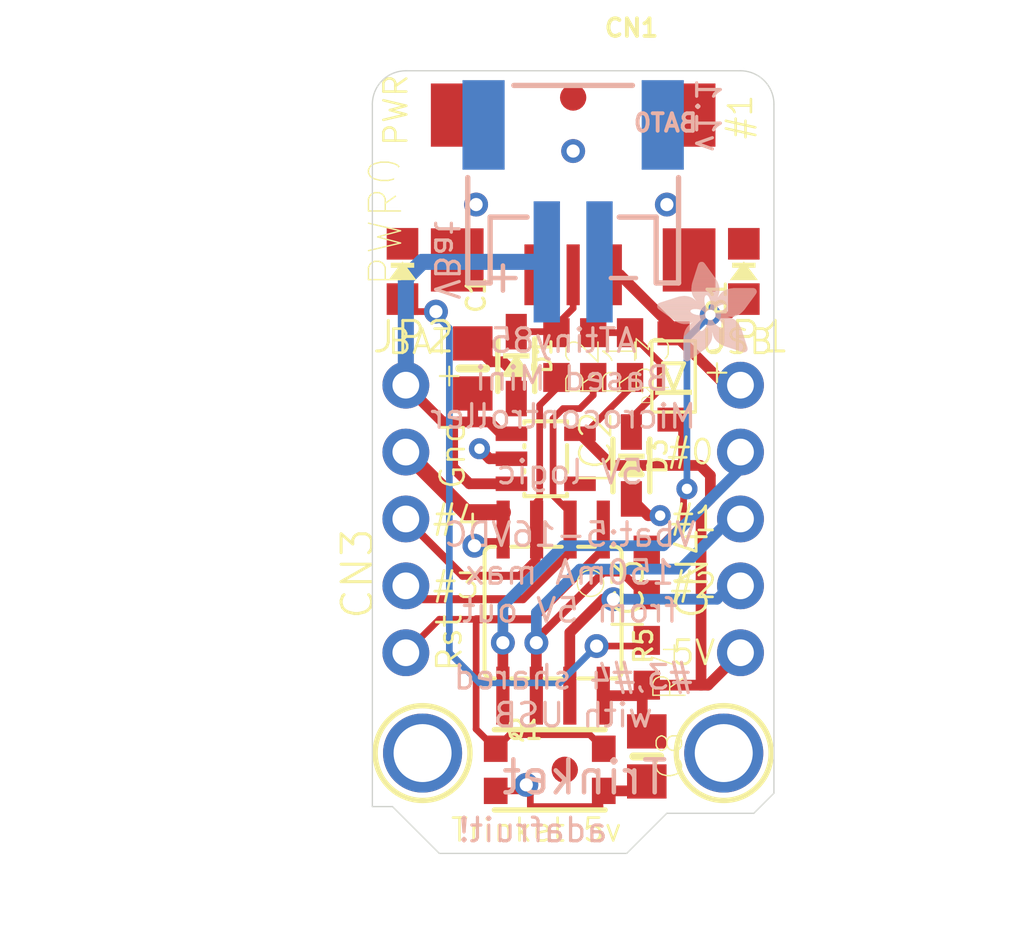
<source format=kicad_pcb>
(kicad_pcb (version 20211014) (generator pcbnew)
  (layers (0 "F.Cu" signal) (1 "In1.Cu" signal) (2 "In2.Cu" signal) (3 "In3.Cu" signal) (4 "In4.Cu" signal) (5 "In5.Cu" signal) (6 "In6.Cu" signal) (7 "In7.Cu" signal) (8 "In8.Cu" signal) (9 "In9.Cu" signal) (10 "In10.Cu" signal) (11 "In11.Cu" signal) (12 "In12.Cu" signal) (13 "In13.Cu" signal) (14 "In14.Cu" signal) (31 "B.Cu" signal) (34 "B.Paste" user) (35 "F.Paste" user) (36 "B.SilkS" user "B.Silkscreen") (37 "F.SilkS" user "F.Silkscreen") (38 "B.Mask" user) (39 "F.Mask" user) (44 "Edge.Cuts" user))
  (net 0 "")
  (net 1 "GND")
  (net 2 "N$2")
  (net 3 "N$5")
  (net 4 "VBUS")
  (net 5 "B0")
  (net 6 "B2")
  (net 7 "B1")
  (net 8 "N$6")
  (net 9 "VBAT")
  (net 10 "RESET")
  (net 11 "B3")
  (net 12 "B4")
  (net 13 "N$1")
  (net 14 "+5V")
  (footprint "boardEagle:0603-NO" (layer "F.Cu") (at 150.6601 100.9396 -90)
    (fp_text reference "R3" (at -0.889 -0.889 90) (layer "F.SilkS") (effects (font (size 1.21668 1.21668) (thickness 0.05332)) (justify right)))
    (fp_text value "1.5K (0603)")
    (pad "1" smd rect (at -0.85 0 270) (size 1.1 1) (layers "F.Cu" "F.Paste" "F.Mask") (net 3 "N$5"))
    (pad "2" smd rect (at 0.85 0 270) (size 1.1 1) (layers "F.Cu" "F.Paste" "F.Mask") (net 14 "+5V"))
  )
  (footprint "boardEagle:FIDUCIAL_1MM" (layer "F.Cu") (at 148.5011 91.1606)
    (fp_text reference "U$1" hide)
    (fp_text value "FIDUCIAL" hide)
    (pad "1" smd roundrect (at 0 0) (size 1 1) (layers "F.Cu") (roundrect_rratio 0.5))
  )
  (footprint "boardEagle:0603-NO" (layer "F.Cu") (at 151.2951 112.6236 -90)
    (fp_text reference "R4" (at -0.889 -0.889 90) (layer "F.SilkS") (effects (font (size 1.21668 1.21668) (thickness 0.05332)) (justify right)))
    (fp_text value "470 (0603)")
    (pad "1" smd rect (at -0.85 0 270) (size 1.1 1) (layers "F.Cu" "F.Paste" "F.Mask") (net 8 "N$6"))
    (pad "2" smd rect (at 0.85 0 270) (size 1.1 1) (layers "F.Cu" "F.Paste" "F.Mask") (net 14 "+5V"))
  )
  (footprint "boardEagle:USB-MINIB" (layer "F.Cu") (at 148.5011 93.8276 180)
    (fp_text reference "CN1" (at -3.31 5.699 180) (layer "F.SilkS") (effects (font (size 0.666496 0.666496) (thickness 0.146304)) (justify right top)))
    (fp_text value "")
    (pad "" np_thru_hole circle (at 2.2 -1 180) (size 1 1) (drill 1) (layers *.Cu *.Mask))
    (pad "" np_thru_hole circle (at -2.2 -1 180) (size 1 1) (drill 1) (layers *.Cu *.Mask))
    (pad "D+" smd rect (at 0 -4.064) (size 0.5 2.308) (layers "F.Cu" "F.Paste" "F.Mask") (net 2 "N$2"))
    (pad "D-" smd rect (at -0.8 -4.064) (size 0.5 2.308) (layers "F.Cu" "F.Paste" "F.Mask") (net 3 "N$5"))
    (pad "GND" smd rect (at 1.6 -4.064) (size 0.5 2.308) (layers "F.Cu" "F.Paste" "F.Mask") (net 1 "GND"))
    (pad "GND1" smd rect (at -4.4 2 180) (size 2 2.4) (layers "F.Cu" "F.Paste" "F.Mask") (net 1 "GND"))
    (pad "GND2" smd rect (at -4.4 -3.5 180) (size 2 2.4) (layers "F.Cu" "F.Paste" "F.Mask") (net 1 "GND"))
    (pad "GND3" smd rect (at 4.4 -3.5 180) (size 2 2.4) (layers "F.Cu" "F.Paste" "F.Mask") (net 1 "GND"))
    (pad "GND4" smd rect (at 4.4 2 180) (size 2 2.4) (layers "F.Cu" "F.Paste" "F.Mask") (net 1 "GND"))
    (pad "ID" smd rect (at 0.8 -4.064) (size 0.5 2.308) (layers "F.Cu" "F.Paste" "F.Mask"))
    (pad "VBUS" smd rect (at -1.6 -4.064) (size 0.5 2.308) (layers "F.Cu" "F.Paste" "F.Mask") (net 4 "VBUS"))
  )
  (footprint "" (layer "F.Cu") (at 154.2161 94.4626)
    (fp_text reference "@HOLE1" hide)
    (fp_text value "" (at 0 0) (layer "F.SilkS") (effects (font (size 1.27 1.27))))
    (pad "" np_thru_hole circle (at 0 0) (size 2.2 2.2) (drill 2.2) (layers *.Cu *.Mask))
  )
  (footprint "boardEagle:SOD-323" (layer "F.Cu") (at 150.7109 105.1306 -90)
    (fp_text reference "D3" (at -1.1 -1 90) (layer "F.SilkS") (effects (font (size 0.692831 0.692831) (thickness 0.119969)) (justify right)))
    (fp_text value "3.6V")
    (pad "A" smd rect (at 1.27 0 270) (size 1.35 0.8) (layers "F.Cu" "F.Paste" "F.Mask") (net 1 "GND"))
    (pad "C" smd rect (at -1.27 0 270) (size 1.35 0.8) (layers "F.Cu" "F.Paste" "F.Mask") (net 3 "N$5"))
  )
  (footprint "boardEagle:1X04-CLEANBIG" (layer "F.Cu") (at 154.8511 108.4326 90)
    (fp_text reference "CN4" (at -2.6162 -1.8288 90) (layer "F.SilkS") (effects (font (size 1.1557 1.1557) (thickness 0.1143)) (justify left)))
    (fp_text value "1X4-CLEANBIG" hide)
    (pad "1" thru_hole circle (at -3.81 0 180) (size 1.778 1.778) (drill 1.016) (layers *.Cu *.Mask) (net 14 "+5V"))
    (pad "2" thru_hole circle (at -1.27 0 180) (size 1.778 1.778) (drill 1.016) (layers *.Cu *.Mask) (net 6 "B2"))
    (pad "3" thru_hole circle (at 1.27 0 180) (size 1.778 1.778) (drill 1.016) (layers *.Cu *.Mask) (net 7 "B1"))
    (pad "4" thru_hole circle (at 3.81 0 180) (size 1.778 1.778) (drill 1.016) (layers *.Cu *.Mask) (net 5 "B0"))
  )
  (footprint "boardEagle:1X04-CLEANBIG" (layer "F.Cu") (at 142.1511 108.4326 90)
    (fp_text reference "CN3" (at -2.6162 -1.8288 90) (layer "F.SilkS") (effects (font (size 1.1557 1.1557) (thickness 0.1143)) (justify left)))
    (fp_text value "1X4-CLEANBIG" hide)
    (pad "1" thru_hole circle (at -3.81 0 180) (size 1.778 1.778) (drill 1.016) (layers *.Cu *.Mask) (net 10 "RESET"))
    (pad "2" thru_hole circle (at -1.27 0 180) (size 1.778 1.778) (drill 1.016) (layers *.Cu *.Mask) (net 11 "B3"))
    (pad "3" thru_hole circle (at 1.27 0 180) (size 1.778 1.778) (drill 1.016) (layers *.Cu *.Mask) (net 12 "B4"))
    (pad "4" thru_hole circle (at 3.81 0 180) (size 1.778 1.778) (drill 1.016) (layers *.Cu *.Mask) (net 1 "GND"))
  )
  (footprint "boardEagle:CHIPLED_0805_NOOUTLINE" (layer "F.Cu") (at 142.0241 97.7646)
    (fp_text reference "PWR0" (at -0.635 0.635 90) (layer "F.SilkS") (effects (font (size 1.21668 1.21668) (thickness 0.05332)) (justify left)))
    (fp_text value "green")
    (pad "A" smd rect (at 0 1.05) (size 1.2 1.2) (layers "F.Cu" "F.Paste" "F.Mask") (net 8 "N$6"))
    (pad "C" smd rect (at 0 -1.05) (size 1.2 1.2) (layers "F.Cu" "F.Paste" "F.Mask") (net 1 "GND"))
  )
  (footprint "boardEagle:SOT23-5L" (layer "F.Cu") (at 147.4597 104.8766 -90)
    (fp_text reference "IC2" (at -1.905 -1.905 90) (layer "F.SilkS") (effects (font (size 1.176528 1.176528) (thickness 0.093472)) (justify right)))
    (fp_text value "MIC5225-5.0v")
    (pad "1" smd rect (at -0.95 1.3 270) (size 0.55 1.2) (layers "F.Cu" "F.Paste" "F.Mask") (net 9 "VBAT"))
    (pad "2" smd rect (at 0 1.3 270) (size 0.55 1.2) (layers "F.Cu" "F.Paste" "F.Mask") (net 1 "GND"))
    (pad "3" smd rect (at 0.95 1.3 270) (size 0.55 1.2) (layers "F.Cu" "F.Paste" "F.Mask") (net 9 "VBAT"))
    (pad "4" smd rect (at 0.95 -1.3 270) (size 0.55 1.2) (layers "F.Cu" "F.Paste" "F.Mask"))
    (pad "5" smd rect (at -0.95 -1.3 270) (size 0.55 1.2) (layers "F.Cu" "F.Paste" "F.Mask") (net 14 "+5V"))
  )
  (footprint "boardEagle:0603-NO" (layer "F.Cu") (at 151.2951 109.1946 -90)
    (fp_text reference "R5" (at 2.032 0.127 90) (layer "F.SilkS") (effects (font (size 0.692831 0.692831) (thickness 0.119969)) (justify right)))
    (fp_text value "470 (0603)")
    (pad "1" smd rect (at -0.85 0 270) (size 1.1 1) (layers "F.Cu" "F.Paste" "F.Mask") (net 13 "N$1"))
    (pad "2" smd rect (at 0.85 0 270) (size 1.1 1) (layers "F.Cu" "F.Paste" "F.Mask") (net 7 "B1"))
  )
  (footprint "boardEagle:CHIPLED_0805_NOOUTLINE" (layer "F.Cu") (at 154.9781 97.7646)
    (fp_text reference "B1" (at -1.016 1.778 90) (layer "F.SilkS") (effects (font (size 0.692831 0.692831) (thickness 0.119969)) (justify left)))
    (fp_text value "red")
    (pad "A" smd rect (at 0 1.05) (size 1.2 1.2) (layers "F.Cu" "F.Paste" "F.Mask") (net 13 "N$1"))
    (pad "C" smd rect (at 0 -1.05) (size 1.2 1.2) (layers "F.Cu" "F.Paste" "F.Mask") (net 1 "GND"))
  )
  (footprint "boardEagle:FIDUCIAL_1MM" (layer "F.Cu") (at 148.1836 116.6876)
    (fp_text reference "U$6" hide)
    (fp_text value "FIDUCIAL" hide)
    (pad "1" smd roundrect (at 0 0) (size 1 1) (layers "F.Cu") (roundrect_rratio 0.5))
  )
  (footprint "boardEagle:MOUNTINGHOLE_2.0_PLATED" (layer "F.Cu") (at 154.2161 116.0526)
    (fp_text reference "U$9" hide)
    (fp_text value "MOUNTINGHOLE2.0" hide)
    (pad "P$1" thru_hole circle (at 0 0) (size 3 3) (drill 2.2) (layers *.Cu *.Mask))
  )
  (footprint "boardEagle:0603-NO" (layer "F.Cu") (at 149.2631 100.9396 -90)
    (fp_text reference "R1" (at -0.762 -1.016 90) (layer "F.SilkS") (effects (font (size 1.21668 1.21668) (thickness 0.05332)) (justify right)))
    (fp_text value "68 (0603)")
    (pad "1" smd rect (at -0.85 0 270) (size 1.1 1) (layers "F.Cu" "F.Paste" "F.Mask") (net 3 "N$5"))
    (pad "2" smd rect (at 0.85 0 270) (size 1.1 1) (layers "F.Cu" "F.Paste" "F.Mask") (net 11 "B3"))
  )
  (footprint "boardEagle:0805-NO" (layer "F.Cu") (at 144.6911 101.4476 90)
    (fp_text reference "C1" (at 2.032 0.127 90) (layer "F.SilkS") (effects (font (size 0.692831 0.692831) (thickness 0.119969)) (justify left)))
    (fp_text value "10uF")
    (pad "1" smd rect (at -0.95 0 90) (size 1.3 1.5) (layers "F.Cu" "F.Paste" "F.Mask") (net 9 "VBAT"))
    (pad "2" smd rect (at 0.95 0 90) (size 1.3 1.5) (layers "F.Cu" "F.Paste" "F.Mask") (net 1 "GND"))
  )
  (footprint "boardEagle:0603-NO" (layer "F.Cu") (at 147.8661 100.9396 -90)
    (fp_text reference "R2" (at -0.762 -1.016 90) (layer "F.SilkS") (effects (font (size 1.21668 1.21668) (thickness 0.05332)) (justify right)))
    (fp_text value "68 (0603)")
    (pad "1" smd rect (at -0.85 0 270) (size 1.1 1) (layers "F.Cu" "F.Paste" "F.Mask") (net 2 "N$2"))
    (pad "2" smd rect (at 0.85 0 270) (size 1.1 1) (layers "F.Cu" "F.Paste" "F.Mask") (net 12 "B4"))
  )
  (footprint "boardEagle:SOD-323" (layer "F.Cu") (at 146.3421 101.3206 -90)
    (fp_text reference "D1" (at -1.1 -1 90) (layer "F.SilkS") (effects (font (size 0.692831 0.692831) (thickness 0.119969)) (justify right)))
    (fp_text value "3.6V")
    (pad "A" smd rect (at 1.27 0 270) (size 1.35 0.8) (layers "F.Cu" "F.Paste" "F.Mask") (net 1 "GND"))
    (pad "C" smd rect (at -1.27 0 270) (size 1.35 0.8) (layers "F.Cu" "F.Paste" "F.Mask") (net 2 "N$2"))
  )
  (footprint "boardEagle:SOIC8" (layer "F.Cu") (at 147.7391 110.7186 180)
    (fp_text reference "IC3" (at -2.8575 2.159 90) (layer "F.SilkS") (effects (font (size 1.1557 1.1557) (thickness 0.1143)) (justify right)))
    (fp_text value "ATTINY85-20S")
    (pad "1" smd rect (at -1.905 3.154 180) (size 0.5 2.2) (layers "F.Cu" "F.Paste" "F.Mask") (net 10 "RESET"))
    (pad "2" smd rect (at -0.645 3.154 180) (size 0.5 2.2) (layers "F.Cu" "F.Paste" "F.Mask") (net 11 "B3"))
    (pad "3" smd rect (at 0.625 3.154 180) (size 0.5 2.2) (layers "F.Cu" "F.Paste" "F.Mask") (net 12 "B4"))
    (pad "4" smd rect (at 1.895 3.154 180) (size 0.5 2.2) (layers "F.Cu" "F.Paste" "F.Mask") (net 1 "GND"))
    (pad "5" smd rect (at 1.905 -3.154 180) (size 0.5 2.2) (layers "F.Cu" "F.Paste" "F.Mask") (net 5 "B0"))
    (pad "6" smd rect (at 0.635 -3.154 180) (size 0.5 2.2) (layers "F.Cu" "F.Paste" "F.Mask") (net 7 "B1"))
    (pad "7" smd rect (at -0.635 -3.154 180) (size 0.5 2.2) (layers "F.Cu" "F.Paste" "F.Mask") (net 6 "B2"))
    (pad "8" smd rect (at -1.905 -3.154 180) (size 0.5 2.2) (layers "F.Cu" "F.Paste" "F.Mask") (net 14 "+5V"))
  )
  (footprint "boardEagle:1X01-CLEANBIG" (layer "F.Cu") (at 154.8511 102.0826)
    (fp_text reference "JP1" (at -1.3462 -1.8288) (layer "F.SilkS") (effects (font (size 1.1557 1.1557) (thickness 0.1143)) (justify left)))
    (fp_text value "")
    (pad "1" thru_hole circle (at 0 0) (size 1.778 1.778) (drill 1.016) (layers *.Cu *.Mask) (net 4 "VBUS"))
  )
  (footprint "boardEagle:BTN_KMR2_4.6X2.8" (layer "F.Cu") (at 147.6121 116.6876)
    (fp_text reference "Q1" (at -1.732 -1.503) (layer "F.SilkS") (effects (font (size 0.692831 0.692831) (thickness 0.119969)) (justify left)))
    (fp_text value "reset")
    (pad "A" smd rect (at 2.05 -0.8) (size 0.9 1) (layers "F.Cu" "F.Paste" "F.Mask") (net 10 "RESET"))
    (pad "A'" smd rect (at -2.05 -0.8) (size 0.9 1) (layers "F.Cu" "F.Paste" "F.Mask") (net 10 "RESET"))
    (pad "B" smd rect (at 2.05 0.8) (size 0.9 1) (layers "F.Cu" "F.Paste" "F.Mask") (net 1 "GND"))
    (pad "B'" smd rect (at -2.05 0.8) (size 0.9 1) (layers "F.Cu" "F.Paste" "F.Mask") (net 1 "GND"))
  )
  (footprint "boardEagle:1X01-CLEANBIG" (layer "F.Cu") (at 142.1511 102.0826)
    (fp_text reference "JP2" (at -1.3462 -1.8288) (layer "F.SilkS") (effects (font (size 1.1557 1.1557) (thickness 0.1143)) (justify left)))
    (fp_text value "")
    (pad "1" thru_hole circle (at 0 0) (size 1.778 1.778) (drill 1.016) (layers *.Cu *.Mask) (net 9 "VBAT"))
  )
  (footprint "boardEagle:MOUNTINGHOLE_2.0_PLATED" (layer "F.Cu") (at 142.7861 116.0526)
    (fp_text reference "U$8" hide)
    (fp_text value "MOUNTINGHOLE2.0" hide)
    (pad "P$1" thru_hole circle (at 0 0) (size 3 3) (drill 2.2) (layers *.Cu *.Mask))
  )
  (footprint "" (layer "F.Cu") (at 142.7861 94.4626)
    (fp_text reference "@HOLE0" hide)
    (fp_text value "" (at 0 0) (layer "F.SilkS") (effects (font (size 1.27 1.27))))
    (pad "" np_thru_hole circle (at 0 0) (size 2.2 2.2) (drill 2.2) (layers *.Cu *.Mask))
  )
  (footprint "boardEagle:SOD-123FL" (layer "F.Cu") (at 152.3111 101.7524 90)
    (fp_text reference "D2" (at -1.1 -1 90) (layer "F.SilkS") (effects (font (size 0.376489 0.376489) (thickness 0.029911)) (justify left)))
    (fp_text value "SCHOTTKY")
    (pad "A" smd rect (at 1.6375 0 90) (size 0.91 1.22) (layers "F.Cu" "F.Paste" "F.Mask") (net 4 "VBUS"))
    (pad "C" smd rect (at -1.6375 0 90) (size 0.91 1.22) (layers "F.Cu" "F.Paste" "F.Mask") (net 14 "+5V"))
  )
  (footprint "boardEagle:0805-NO" (layer "F.Cu") (at 151.2951 116.1796 -90)
    (fp_text reference "C8" (at -1 -0.875 90) (layer "F.SilkS") (effects (font (size 0.96268 0.96268) (thickness 0.05332)) (justify right)))
    (fp_text value "10uF")
    (pad "1" smd rect (at -0.95 0 270) (size 1.3 1.5) (layers "F.Cu" "F.Paste" "F.Mask") (net 14 "+5V"))
    (pad "2" smd rect (at 0.95 0 270) (size 1.3 1.5) (layers "F.Cu" "F.Paste" "F.Mask") (net 1 "GND"))
  )
  (footprint "boardEagle:JSTPH2" (layer "B.Cu") (at 148.5011 93.7006 180)
    (fp_text reference "BAT0" (at -2.2225 1.9685) (layer "B.SilkS") (effects (font (size 0.666496 0.666496) (thickness 0.146304)) (justify right top mirror)))
    (fp_text value "")
    (pad "1" smd rect (at -1 -3.7 180) (size 1 4.6) (layers "B.Cu" "B.Paste" "B.Mask") (net 1 "GND"))
    (pad "2" smd rect (at 1 -3.7 180) (size 1 4.6) (layers "B.Cu" "B.Paste" "B.Mask") (net 9 "VBAT"))
    (pad "NC1" smd rect (at -3.4 1.5 90) (size 3.4 1.6) (layers "B.Cu" "B.Paste" "B.Mask"))
    (pad "NC2" smd rect (at 3.4 1.5 90) (size 3.4 1.6) (layers "B.Cu" "B.Paste" "B.Mask"))
  )
  (footprint "boardEagle:ADAFRUIT_3.5MM" (layer "B.Cu") (at 155.4861 101.1936 180)
    (fp_text reference "U$5" hide)
    (fp_text value "" hide)
  )
  (gr_line (start 142.1511 90.1446) (end 154.8511 90.1446) (layer "Edge.Cuts") (width 0.05))
  (gr_arc (start 140.8811 91.4146) (mid 141.253074 90.516574) (end 142.1511 90.1446) (layer "Edge.Cuts") (width 0.05))
  (gr_line (start 156.1211 91.4146) (end 156.1211 117.5766) (layer "Edge.Cuts") (width 0.05))
  (gr_line (start 150.5331 119.8626) (end 143.4211 119.8626) (layer "Edge.Cuts") (width 0.05))
  (gr_line (start 152.0571 118.3386) (end 150.5331 119.8626) (layer "Edge.Cuts") (width 0.05))
  (gr_arc (start 154.8511 90.1446) (mid 155.749126 90.516574) (end 156.1211 91.4146) (layer "Edge.Cuts") (width 0.05))
  (gr_line (start 156.1211 117.5766) (end 155.3591 118.3386) (layer "Edge.Cuts") (width 0.05))
  (gr_line (start 141.6431 118.0846) (end 140.8811 118.0846) (layer "Edge.Cuts") (width 0.05))
  (gr_line (start 140.8811 118.0846) (end 140.8811 91.4146) (layer "Edge.Cuts") (width 0.05))
  (gr_line (start 143.4211 119.8626) (end 141.6431 118.0846) (layer "Edge.Cuts") (width 0.05))
  (gr_line (start 155.3591 118.3386) (end 152.0571 118.3386) (layer "Edge.Cuts") (width 0.05))
  (gr_text "ATtiny85\nBased Mini \nMicrocontroller" (at 148.1201 101.8286) (layer "B.SilkS") (effects (font (size 0.89408 0.89408) (thickness 0.12192)) (justify mirror)))
  (gr_text "#3,#4 shared\nwith USB" (at 148.5011 113.8936) (layer "B.SilkS") (effects (font (size 0.89408 0.89408) (thickness 0.12192)) (justify mirror)))
  (gr_text "5V logic" (at 148.3741 105.3846) (layer "B.SilkS") (effects (font (size 0.89408 0.89408) (thickness 0.12192)) (justify mirror)))
  (gr_text "+" (at 146.7231 98.6536) (layer "B.SilkS") (effects (font (size 1.251712 1.251712) (thickness 0.170688)) (justify left bottom mirror)))
  (gr_text "adafruit!" (at 146.9771 118.9736) (layer "B.SilkS") (effects (font (size 0.89408 0.89408) (thickness 0.12192)) (justify mirror)))
  (gr_text "VBat" (at 143.1671 98.9076 -90) (layer "B.SilkS") (effects (font (size 0.89408 0.89408) (thickness 0.12192)) (justify left bottom mirror)))
  (gr_text "v1.1" (at 153.0731 93.3196 -90) (layer "B.SilkS") (effects (font (size 0.89408 0.89408) (thickness 0.12192)) (justify left bottom mirror)))
  (gr_text "-" (at 151.2951 98.6536) (layer "B.SilkS") (effects (font (size 1.251712 1.251712) (thickness 0.170688)) (justify left bottom mirror)))
  (gr_text "Trinket" (at 152.1841 117.7036) (layer "B.SilkS") (effects (font (size 1.251712 1.251712) (thickness 0.170688)) (justify left bottom mirror)))
  (gr_text "Vbat:5-16VDC\n150mA max\nfrom 5V out" (at 148.3741 109.1946) (layer "B.SilkS") (effects (font (size 0.89408 0.89408) (thickness 0.12192)) (justify mirror)))
  (gr_text "Trinket 5v" (at 147.1041 118.9736) (layer "F.SilkS") (effects (font (size 0.86868 0.86868) (thickness 0.09652))))
  (gr_text "PWR" (at 142.2781 93.0656 90) (layer "F.SilkS") (effects (font (size 0.86868 0.86868) (thickness 0.09652)) (justify left bottom)))
  (gr_text "+" (at 143.1671 102.2096) (layer "F.SilkS") (effects (font (size 0.93472 0.93472) (thickness 0.08128)) (justify left bottom)))
  (gr_text "#3" (at 144.0561 109.7026) (layer "F.SilkS") (effects (font (size 0.9144 0.9144) (thickness 0.1016))))
  (gr_text "#1" (at 155.3591 92.8116 90) (layer "F.SilkS") (effects (font (size 0.86868 0.86868) (thickness 0.09652)) (justify left bottom)))
  (gr_text "#1" (at 153.0731 107.1626) (layer "F.SilkS") (effects (font (size 0.9144 0.9144) (thickness 0.1016))))
  (gr_text "BAT" (at 142.6591 100.4316) (layer "F.SilkS") (effects (font (size 0.9144 0.9144) (thickness 0.1016))))
  (gr_text "5V" (at 153.0731 112.2426) (layer "F.SilkS") (effects (font (size 0.9144 0.9144) (thickness 0.1016))))
  (gr_text "+" (at 153.3271 102.0826) (layer "F.SilkS") (effects (font (size 0.93472 0.93472) (thickness 0.08128)) (justify left bottom)))
  (gr_text "#0" (at 152.9461 104.6226) (layer "F.SilkS") (effects (font (size 0.9144 0.9144) (thickness 0.1016))))
  (gr_text "#4" (at 144.0561 107.1626) (layer "F.SilkS") (effects (font (size 0.9144 0.9144) (thickness 0.1016))))
  (gr_text "#2" (at 153.0731 109.7026) (layer "F.SilkS") (effects (font (size 0.9144 0.9144) (thickness 0.1016))))
  (gr_text "USB" (at 154.7241 100.4316) (layer "F.SilkS") (effects (font (size 0.9144 0.9144) (thickness 0.1016))))
  (gr_text "Rst" (at 143.8021 111.8616 90) (layer "F.SilkS") (effects (font (size 0.9144 0.9144) (thickness 0.1016))))
  (gr_text "Gnd" (at 143.9291 104.7496 90) (layer "F.SilkS") (effects (font (size 0.9144 0.9144) (thickness 0.1016))))
  (segment (start 145.3871 101.1936) (end 144.6911 100.4976) (width 0.4064) (layer "F.Cu") (net 1))
  (segment (start 146.1597 104.8766) (end 145.3261 104.8766) (width 0.4064) (layer "F.Cu") (net 1))
  (segment (start 146.8756 117.6401) (end 146.8756 118.0846) (width 0.254) (layer "F.Cu") (net 1))
  (segment (start 145.8441 108.0416) (end 144.8916 108.0416) (width 0.3048) (layer "F.Cu") (net 1))
  (segment (start 142.1511 104.6226) (end 144.4371 106.9086) (width 0.6096) (layer "F.Cu") (net 1))
  (segment (start 144.4371 106.9086) (end 145.8341 106.9086) (width 0.6096) (layer "F.Cu") (net 1))
  (segment (start 146.8756 118.0846) (end 149.5171 118.0846) (width 0.254) (layer "F.Cu") (net 1))
  (segment (start 149.5171 117.6326) (end 149.6621 117.4876) (width 0.254) (layer "F.Cu") (net 1))
  (segment (start 145.8341 101.1936) (end 145.3871 101.1936) (width 0.4064) (layer "F.Cu") (net 1))
  (segment (start 150.9371 117.4876) (end 151.2951 117.1296) (width 0.4064) (layer "F.Cu") (net 1))
  (segment (start 145.8441 106.9186) (end 145.8441 107.5646) (width 0.3048) (layer "F.Cu") (net 1))
  (segment (start 144.8916 108.0416) (end 144.7546 108.1786) (width 0.3048) (layer "F.Cu") (net 1))
  (segment (start 151.3459 107.0356) (end 151.8031 107.0356) (width 0.4064) (layer "F.Cu") (net 1))
  (segment (start 145.8441 107.6806) (end 145.8441 108.0416) (width 0.4064) (layer "F.Cu") (net 1))
  (segment (start 145.8441 107.5646) (end 145.8441 107.6806) (width 0.3048) (layer "F.Cu") (net 1))
  (segment (start 150.7109 106.4006) (end 151.3459 107.0356) (width 0.4064) (layer "F.Cu") (net 1))
  (segment (start 145.3261 104.8766) (end 144.9451 104.4956) (width 0.4064) (layer "F.Cu") (net 1))
  (segment (start 149.6621 117.4876) (end 150.9371 117.4876) (width 0.4064) (layer "F.Cu") (net 1))
  (segment (start 145.8341 106.9086) (end 145.8441 106.9186) (width 0.3048) (layer "F.Cu") (net 1))
  (segment (start 146.3421 101.7016) (end 145.8341 101.1936) (width 0.4064) (layer "F.Cu") (net 1))
  (segment (start 146.3421 102.5906) (end 146.3421 101.7016) (width 0.4064) (layer "F.Cu") (net 1))
  (segment (start 149.5171 118.0846) (end 149.5171 117.6326) (width 0.254) (layer "F.Cu") (net 1))
  (segment (start 146.7231 117.4876) (end 146.8756 117.6401) (width 0.254) (layer "F.Cu") (net 1))
  (segment (start 146.7231 117.2591) (end 146.7231 117.4876) (width 0.254) (layer "F.Cu") (net 1))
  (segment (start 145.5621 117.4876) (end 146.7231 117.4876) (width 0.254) (layer "F.Cu") (net 1))
  (via (at 146.7231 117.2591) (size 0.9064) (drill 0.5) (layers "F.Cu" "B.Cu") (net 1))
  (via (at 148.5011 93.1926) (size 0.9064) (drill 0.5) (layers "F.Cu" "B.Cu") (net 1))
  (via (at 144.8181 95.2246) (size 0.9064) (drill 0.5) (layers "F.Cu" "B.Cu") (net 1))
  (via (at 152.0571 95.2246) (size 0.9064) (drill 0.5) (layers "F.Cu" "B.Cu") (net 1))
  (via (at 151.8031 107.0356) (size 0.8001) (drill 0.3937) (layers "F.Cu" "B.Cu") (net 1))
  (via (at 144.9451 104.4956) (size 0.8001) (drill 0.3937) (layers "F.Cu" "B.Cu") (net 1))
  (via (at 144.7546 108.1786) (size 0.9064) (drill 0.5) (layers "F.Cu" "B.Cu") (net 1))
  (segment (start 147.8661 99.7966) (end 147.8661 100.0896) (width 0.254) (layer "F.Cu") (net 2))
  (segment (start 148.5011 97.8916) (end 148.5011 99.1616) (width 0.254) (layer "F.Cu") (net 2))
  (segment (start 148.5011 99.1616) (end 147.8661 99.7966) (width 0.254) (layer "F.Cu") (net 2))
  (segment (start 146.3421 100.0506) (end 147.8271 100.0506) (width 0.254) (layer "F.Cu") (net 2))
  (segment (start 147.8271 100.0506) (end 147.8661 100.0896) (width 0.254) (layer "F.Cu") (net 2))
  (segment (start 149.3011 97.8916) (end 149.3901 97.9806) (width 0.254) (layer "F.Cu") (net 3))
  (segment (start 151.8031 101.2326) (end 151.8031 102.235) (width 0.254) (layer "F.Cu") (net 3))
  (segment (start 149.2631 100.0896) (end 150.6601 100.0896) (width 0.254) (layer "F.Cu") (net 3))
  (segment (start 149.3901 97.9806) (end 149.2631 98.1076) (width 0.254) (layer "F.Cu") (net 3))
  (segment (start 150.6601 100.0896) (end 150.9531 99.7966) (width 0.254) (layer "F.Cu") (net 3))
  (segment (start 149.2631 98.1076) (end 149.2631 100.0896) (width 0.254) (layer "F.Cu") (net 3))
  (segment (start 151.8031 102.235) (end 150.7109 103.3272) (width 0.254) (layer "F.Cu") (net 3))
  (segment (start 150.6601 100.0896) (end 151.8031 101.2326) (width 0.254) (layer "F.Cu") (net 3))
  (segment (start 150.7109 103.3272) (end 150.7109 103.8606) (width 0.254) (layer "F.Cu") (net 3))
  (segment (start 154.2788 102.0826) (end 154.8511 102.0826) (width 0.4064) (layer "F.Cu") (net 4))
  (segment (start 150.2791 97.8916) (end 152.3111 99.9236) (width 0.4064) (layer "F.Cu") (net 4))
  (segment (start 152.3111 100.1149) (end 154.2788 102.0826) (width 0.4064) (layer "F.Cu") (net 4))
  (segment (start 150.1011 97.8916) (end 150.2791 97.8916) (width 0.4064) (layer "F.Cu") (net 4))
  (segment (start 152.3111 99.9236) (end 152.3111 100.1149) (width 0.4064) (layer "F.Cu") (net 4))
  (segment (start 145.8341 113.8726) (end 145.8341 111.8616) (width 0.4064) (layer "F.Cu") (net 5))
  (via (at 145.8341 111.8616) (size 0.9064) (drill 0.5) (layers "F.Cu" "B.Cu") (net 5))
  (segment (start 148.1201 108.1786) (end 151.9301 108.1786) (width 0.4064) (layer "B.Cu") (net 5))
  (segment (start 145.8341 111.8616) (end 145.8341 110.4646) (width 0.4064) (layer "B.Cu") (net 5))
  (segment (start 154.8511 104.7496) (end 154.8511 104.6226) (width 0.4064) (layer "B.Cu") (net 5))
  (segment (start 154.8511 105.2576) (end 154.8511 104.6226) (width 0.4064) (layer "B.Cu") (net 5))
  (segment (start 145.8341 110.4646) (end 148.1201 108.1786) (width 0.4064) (layer "B.Cu") (net 5))
  (segment (start 151.9301 108.1786) (end 154.8511 105.2576) (width 0.4064) (layer "B.Cu") (net 5))
  (segment (start 148.3741 113.8726) (end 148.3741 111.4806) (width 0.4064) (layer "F.Cu") (net 6))
  (segment (start 148.3741 111.4806) (end 149.6441 110.2106) (width 0.4064) (layer "F.Cu") (net 6))
  (segment (start 149.6441 110.2106) (end 150.0251 110.2106) (width 0.4064) (layer "F.Cu") (net 6))
  (via (at 150.0251 110.2106) (size 0.9064) (drill 0.5) (layers "F.Cu" "B.Cu") (net 6))
  (segment (start 150.0251 110.2106) (end 153.9621 110.2106) (width 0.4064) (layer "B.Cu") (net 6))
  (segment (start 153.9621 110.2106) (end 154.4701 109.7026) (width 0.4064) (layer "B.Cu") (net 6))
  (segment (start 154.4701 109.7026) (end 154.8511 109.7026) (width 0.4064) (layer "B.Cu") (net 6))
  (segment (start 147.1041 113.8726) (end 147.1041 111.8616) (width 0.4064) (layer "F.Cu") (net 7))
  (segment (start 147.1041 111.7346) (end 147.1041 111.8616) (width 0.3048) (layer "F.Cu") (net 7))
  (segment (start 150.3451 109.1946) (end 149.6441 109.1946) (width 0.3048) (layer "F.Cu") (net 7))
  (segment (start 151.2951 109.8906) (end 151.2951 110.0446) (width 0.254) (layer "F.Cu") (net 7))
  (segment (start 149.6441 109.1946) (end 147.1041 111.7346) (width 0.3048) (layer "F.Cu") (net 7))
  (segment (start 150.3451 109.1946) (end 151.0411 109.8906) (width 0.3048) (layer "F.Cu") (net 7))
  (segment (start 151.0411 109.8906) (end 151.2951 109.8906) (width 0.254) (layer "F.Cu") (net 7))
  (via (at 147.1041 111.8616) (size 0.9064) (drill 0.5) (layers "F.Cu" "B.Cu") (net 7))
  (segment (start 152.5651 109.0676) (end 154.4701 107.1626) (width 0.4064) (layer "B.Cu") (net 7))
  (segment (start 154.4701 107.1626) (end 154.8511 107.1626) (width 0.4064) (layer "B.Cu") (net 7))
  (segment (start 147.1041 110.7186) (end 148.7551 109.0676) (width 0.4064) (layer "B.Cu") (net 7))
  (segment (start 147.1041 111.8616) (end 147.1041 110.7186) (width 0.4064) (layer "B.Cu") (net 7))
  (segment (start 148.7551 109.0676) (end 152.5651 109.0676) (width 0.4064) (layer "B.Cu") (net 7))
  (segment (start 142.0241 98.8146) (end 142.4981 99.2886) (width 0.254) (layer "F.Cu") (net 8))
  (segment (start 142.4981 99.2886) (end 143.2941 99.2886) (width 0.254) (layer "F.Cu") (net 8))
  (segment (start 149.3901 111.9886) (end 151.0801 111.9886) (width 0.254) (layer "F.Cu") (net 8))
  (segment (start 151.0801 111.9886) (end 151.2951 111.7736) (width 0.254) (layer "F.Cu") (net 8))
  (via (at 143.2941 99.2886) (size 0.9064) (drill 0.5) (layers "F.Cu" "B.Cu") (net 8))
  (via (at 149.3901 111.9886) (size 0.9064) (drill 0.5) (layers "F.Cu" "B.Cu") (net 8))
  (segment (start 144.9451 113.3856) (end 143.8021 112.2426) (width 0.254) (layer "B.Cu") (net 8))
  (segment (start 143.8021 112.2426) (end 143.8021 99.9236) (width 0.254) (layer "B.Cu") (net 8))
  (segment (start 143.2941 99.4156) (end 143.2941 99.2886) (width 0.254) (layer "B.Cu") (net 8))
  (segment (start 143.8021 99.9236) (end 143.2941 99.4156) (width 0.254) (layer "B.Cu") (net 8))
  (segment (start 147.9931 113.3856) (end 144.9451 113.3856) (width 0.254) (layer "B.Cu") (net 8))
  (segment (start 149.3901 111.9886) (end 147.9931 113.3856) (width 0.254) (layer "B.Cu") (net 8))
  (segment (start 145.3261 103.4796) (end 145.7731 103.9266) (width 0.4064) (layer "F.Cu") (net 9))
  (segment (start 142.1511 102.0826) (end 143.5481 103.4796) (width 0.4064) (layer "F.Cu") (net 9))
  (segment (start 143.9291 105.1916) (end 143.9291 103.4796) (width 0.4064) (layer "F.Cu") (net 9))
  (segment (start 144.6911 102.3976) (end 144.6911 103.4796) (width 0.4064) (layer "F.Cu") (net 9))
  (segment (start 145.7731 103.9266) (end 146.1597 103.9266) (width 0.4064) (layer "F.Cu") (net 9))
  (segment (start 144.5641 105.8266) (end 143.9291 105.1916) (width 0.4064) (layer "F.Cu") (net 9))
  (segment (start 146.1597 105.8266) (end 144.5641 105.8266) (width 0.4064) (layer "F.Cu") (net 9))
  (segment (start 144.6911 103.4796) (end 145.3261 103.4796) (width 0.4064) (layer "F.Cu") (net 9))
  (segment (start 143.5481 103.4796) (end 143.9291 103.4796) (width 0.4064) (layer "F.Cu") (net 9))
  (segment (start 143.9291 103.4796) (end 144.6911 103.4796) (width 0.4064) (layer "F.Cu") (net 9))
  (segment (start 142.1511 98.0186) (end 142.1511 102.0826) (width 0.6096) (layer "B.Cu") (net 9))
  (segment (start 142.7691 97.4006) (end 142.1511 98.0186) (width 0.6096) (layer "B.Cu") (net 9))
  (segment (start 147.5011 97.4006) (end 142.7691 97.4006) (width 0.6096) (layer "B.Cu") (net 9))
  (segment (start 144.8181 115.1436) (end 144.8181 110.9726) (width 0.254) (layer "F.Cu") (net 10))
  (segment (start 143.4211 110.9726) (end 142.1511 112.2426) (width 0.254) (layer "F.Cu") (net 10))
  (segment (start 149.6441 108.3056) (end 149.6441 107.5646) (width 0.3048) (layer "F.Cu") (net 10))
  (segment (start 142.1511 112.2426) (end 142.2981 112.2426) (width 0.254) (layer "F.Cu") (net 10))
  (segment (start 145.5621 115.8876) (end 146.0956 115.3541) (width 0.254) (layer "F.Cu") (net 10))
  (segment (start 146.9771 110.9726) (end 149.6441 108.3056) (width 0.3048) (layer "F.Cu") (net 10))
  (segment (start 144.8181 110.9726) (end 143.4211 110.9726) (width 0.254) (layer "F.Cu") (net 10))
  (segment (start 144.8181 110.9726) (end 146.9771 110.9726) (width 0.3048) (layer "F.Cu") (net 10))
  (segment (start 149.1286 115.3541) (end 149.6621 115.8876) (width 0.254) (layer "F.Cu") (net 10))
  (segment (start 145.5621 115.8876) (end 144.8181 115.1436) (width 0.254) (layer "F.Cu") (net 10))
  (segment (start 146.0956 115.3541) (end 149.1286 115.3541) (width 0.254) (layer "F.Cu") (net 10))
  (segment (start 149.2631 101.7896) (end 149.2631 102.4636) (width 0.254) (layer "F.Cu") (net 11))
  (segment (start 148.3841 108.4226) (end 146.5961 110.2106) (width 0.3048) (layer "F.Cu") (net 11))
  (segment (start 146.5961 110.2106) (end 142.6591 110.2106) (width 0.3048) (layer "F.Cu") (net 11))
  (segment (start 147.7391 106.2736) (end 148.3841 106.9186) (width 0.254) (layer "F.Cu") (net 11))
  (segment (start 148.3841 106.9186) (end 148.3841 107.5646) (width 0.254) (layer "F.Cu") (net 11))
  (segment (start 148.7551 102.9716) (end 148.1201 102.9716) (width 0.254) (layer "F.Cu") (net 11))
  (segment (start 148.1201 102.9716) (end 147.7391 103.3526) (width 0.254) (layer "F.Cu") (net 11))
  (segment (start 147.7391 103.3526) (end 147.7391 106.2736) (width 0.254) (layer "F.Cu") (net 11))
  (segment (start 142.6591 110.2106) (end 142.1511 109.7026) (width 0.3048) (layer "F.Cu") (net 11))
  (segment (start 149.2631 102.4636) (end 148.7551 102.9716) (width 0.254) (layer "F.Cu") (net 11))
  (segment (start 148.3841 107.5646) (end 148.3841 108.4226) (width 0.3048) (layer "F.Cu") (net 11))
  (segment (start 147.2311 102.8446) (end 147.8661 102.2096) (width 0.254) (layer "F.Cu") (net 12))
  (segment (start 147.2311 106.4006) (end 147.2311 102.8446) (width 0.254) (layer "F.Cu") (net 12))
  (segment (start 147.1141 108.6766) (end 146.4691 109.3216) (width 0.3048) (layer "F.Cu") (net 12))
  (segment (start 147.1141 107.5646) (end 147.1141 108.6766) (width 0.3048) (layer "F.Cu") (net 12))
  (segment (start 146.4691 109.3216) (end 144.3101 109.3216) (width 0.3048) (layer "F.Cu") (net 12))
  (segment (start 147.8661 102.2096) (end 147.8661 101.7896) (width 0.254) (layer "F.Cu") (net 12))
  (segment (start 147.1141 106.5176) (end 147.1141 107.5646) (width 0.254) (layer "F.Cu") (net 12))
  (segment (start 147.2311 106.4006) (end 147.1141 106.5176) (width 0.254) (layer "F.Cu") (net 12))
  (segment (start 144.3101 109.3216) (end 142.1511 107.1626) (width 0.3048) (layer "F.Cu") (net 12))
  (segment (start 152.6921 106.1466) (end 152.8191 106.0196) (width 0.254) (layer "F.Cu") (net 13))
  (segment (start 154.9781 98.9076) (end 154.9781 98.8146) (width 0.254) (layer "F.Cu") (net 13))
  (segment (start 151.6371 108.3446) (end 151.2951 108.3446) (width 0.254) (layer "F.Cu") (net 13))
  (segment (start 152.6921 107.2896) (end 152.6921 106.1466) (width 0.254) (layer "F.Cu") (net 13))
  (segment (start 152.6921 107.2896) (end 151.6371 108.3446) (width 0.254) (layer "F.Cu") (net 13))
  (segment (start 154.4701 99.4156) (end 154.9781 98.9076) (width 0.254) (layer "F.Cu") (net 13))
  (segment (start 154.4701 99.4156) (end 153.7081 99.4156) (width 0.254) (layer "F.Cu") (net 13))
  (via (at 153.7081 99.4156) (size 0.8001) (drill 0.3937) (layers "F.Cu" "B.Cu") (net 13))
  (via (at 152.8191 106.0196) (size 0.8001) (drill 0.3937) (layers "F.Cu" "B.Cu") (net 13))
  (segment (start 152.8191 100.3046) (end 152.8191 106.0196) (width 0.254) (layer "B.Cu") (net 13))
  (segment (start 152.8191 100.3046) (end 153.7081 99.4156) (width 0.254) (layer "B.Cu") (net 13))
  (segment (start 150.6601 102.2096) (end 148.9431 103.9266) (width 0.254) (layer "F.Cu") (net 14))
  (segment (start 152.6921 105.1306) (end 153.3271 105.1306) (width 0.4064) (layer "F.Cu") (net 14))
  (segment (start 153.7081 106.4006) (end 153.7081 105.5116) (width 0.4064) (layer "F.Cu") (net 14))
  (segment (start 148.7597 103.9266) (end 149.9637 105.1306) (width 0.4064) (layer "F.Cu") (net 14))
  (segment (start 151.1231 115.0576) (end 151.2951 115.2296) (width 0.4064) (layer "F.Cu") (net 14))
  (segment (start 150.6601 101.7896) (end 150.6601 102.2096) (width 0.254) (layer "F.Cu") (net 14))
  (segment (start 152.6921 103.3899) (end 152.6921 105.1306) (width 0.4064) (layer "F.Cu") (net 14))
  (segment (start 152.3111 103.3899) (end 152.6921 103.3899) (width 0.4064) (layer "F.Cu") (net 14))
  (segment (start 153.354725 106.753975) (end 153.7081 106.4006) (width 0.4064) (layer "F.Cu") (net 14))
  (segment (start 151.1231 113.8726) (end 151.2951 113.7006) (width 0.254) (layer "F.Cu") (net 14))
  (segment (start 151.2951 113.7006) (end 151.2951 113.4736) (width 0.254) (layer "F.Cu") (net 14))
  (segment (start 153.6201 113.4736) (end 154.8511 112.2426) (width 0.4064) (layer "F.Cu") (net 14))
  (segment (start 151.1231 113.8726) (end 151.1231 115.0576) (width 0.4064) (layer "F.Cu") (net 14))
  (segment (start 153.354725 113.4736) (end 153.354725 106.753975) (width 0.4064) (layer "F.Cu") (net 14))
  (segment (start 153.354725 113.4736) (end 153.6201 113.4736) (width 0.4064) (layer "F.Cu") (net 14))
  (segment (start 149.6441 113.8726) (end 151.1231 113.8726) (width 0.4064) (layer "F.Cu") (net 14))
  (segment (start 153.7081 105.5116) (end 153.3271 105.1306) (width 0.4064) (layer "F.Cu") (net 14))
  (segment (start 149.9637 105.1306) (end 152.6921 105.1306) (width 0.4064) (layer "F.Cu") (net 14))
  (segment (start 151.2951 113.4736) (end 153.354725 113.4736) (width 0.4064) (layer "F.Cu") (net 14))
  (segment (start 148.9431 103.9266) (end 148.7597 103.9266) (width 0.254) (layer "F.Cu") (net 14))
)
</source>
